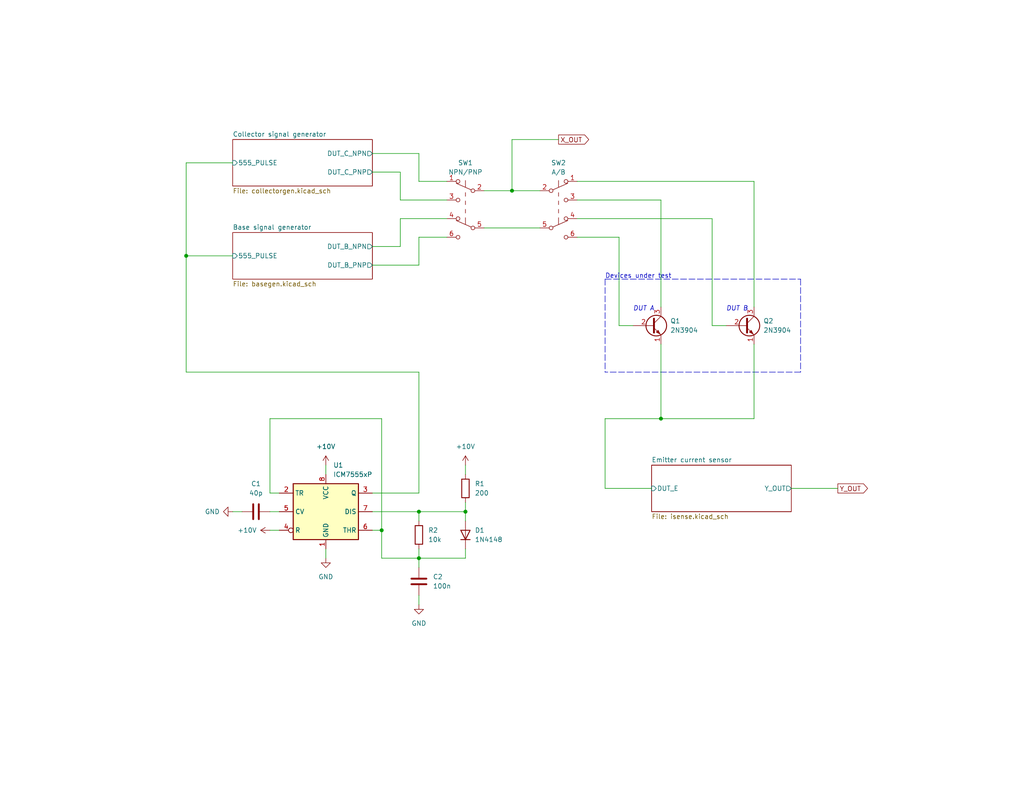
<source format=kicad_sch>
(kicad_sch (version 20211123) (generator eeschema)
  (paper "USLetter")
  (title_block (title "I-V curve tracer") (date "2023-07-30") (rev "1.0"))
  (lib_symbols
    (symbol "Device:C" (pin_numbers hide) (pin_names (offset 0.254))
      (property "Reference" "C" (at 0.635 2.54 0))
      (property "Value" "C" (at 0.635 -2.54 0))
      (symbol "C_0_1"
        (polyline (pts (xy -2.032 -0.762) (xy 2.032 -0.762)) (stroke (width 0.508)))
        (polyline (pts (xy -2.032 0.762) (xy 2.032 0.762)) (stroke (width 0.508)))
      )
      (symbol "C_1_1"
        (pin passive line (at 0 3.81 270) (length 2.794) (name "~") (number "1"))
        (pin passive line (at 0 -3.81 90) (length 2.794) (name "~") (number "2"))
      )
    )
    (symbol "Device:D" (pin_numbers hide) (pin_names (offset 1.016) hide)
      (property "Reference" "D" (at 0 2.54 0))
      (property "Value" "D" (at 0 -2.54 0))
      (symbol "D_0_1"
        (polyline (pts (xy -1.27 1.27) (xy -1.27 -1.27)) (stroke (width 0.254)))
        (polyline (pts (xy 1.27 0) (xy -1.27 0)))
        (polyline (pts (xy 1.27 1.27) (xy 1.27 -1.27) (xy -1.27 0) (xy 1.27 1.27)) (stroke (width 0.254)))
      )
      (symbol "D_1_1"
        (pin passive line (at -3.81 0 0) (length 2.54) (name "K") (number "1"))
        (pin passive line (at 3.81 0 180) (length 2.54) (name "A") (number "2"))
      )
    )
    (symbol "Device:R" (pin_numbers hide) (pin_names (offset 0))
      (property "Reference" "R" (at 2.032 0 90))
      (property "Value" "R" (at 0 0 90))
      (symbol "R_0_1"
        (rectangle (start -1.016 -2.54) (end 1.016 2.54) (stroke (width 0.254)))
      )
      (symbol "R_1_1"
        (pin passive line (at 0 3.81 270) (length 1.27) (name "~") (number "1"))
        (pin passive line (at 0 -3.81 90) (length 1.27) (name "~") (number "2"))
      )
    )
    (symbol "Switch:SW_Push_DPDT" (pin_names (offset 0) hide)
      (property "Reference" "SW" (at 0 8.89 0))
      (property "Value" "SW_Push_DPDT" (at 0 -10.16 0))
      (symbol "SW_Push_DPDT_0_0"
        (circle (center -2.032 -5.08) (radius 0.508))
        (circle (center -2.032 5.08) (radius 0.508))
        (circle (center 2.032 -7.62) (radius 0.508))
        (circle (center 2.032 2.54) (radius 0.508))
      )
      (symbol "SW_Push_DPDT_0_1"
        (polyline (pts (xy -1.524 -4.826) (xy 2.54 -3.048)))
        (polyline (pts (xy -1.524 5.334) (xy 2.54 7.112)))
        (polyline (pts (xy 0 -2.286) (xy 0 -4.064)))
        (polyline (pts (xy 0 -1.016) (xy 0 0)))
        (polyline (pts (xy 0 1.27) (xy 0 2.286)))
        (polyline (pts (xy 0 3.556) (xy 0 4.572)))
        (polyline (pts (xy 0 7.874) (xy 0 6.096)))
        (circle (center 2.032 -2.54) (radius 0.508))
        (circle (center 2.032 7.62) (radius 0.508))
      )
      (symbol "SW_Push_DPDT_1_1"
        (pin passive line (at 5.08 7.62 180) (length 2.54) (name "A") (number "1"))
        (pin passive line (at -5.08 5.08 0) (length 2.54) (name "B") (number "2"))
        (pin passive line (at 5.08 2.54 180) (length 2.54) (name "C") (number "3"))
        (pin passive line (at 5.08 -2.54 180) (length 2.54) (name "A") (number "4"))
        (pin passive line (at -5.08 -5.08 0) (length 2.54) (name "B") (number "5"))
        (pin passive line (at 5.08 -7.62 180) (length 2.54) (name "C") (number "6"))
      )
    )
    (symbol "Timer:ICM7555xP"
      (property "Reference" "U" (at -10.16 8.89 0))
      (property "Value" "ICM7555xP" (at 2.54 8.89 0))
      (symbol "ICM7555xP_0_0"
        (pin power_in line (at 0 -10.16 90) (length 2.54) (name "GND") (number "1"))
        (pin power_in line (at 0 10.16 270) (length 2.54) (name "VCC") (number "8"))
      )
      (symbol "ICM7555xP_0_1"
        (rectangle (start -8.89 -7.62) (end 8.89 7.62) (stroke (width 0.254)) (fill (type background)))
        (rectangle (start -8.89 -7.62) (end 8.89 7.62) (stroke (width 0.254)) (fill (type background)))
      )
      (symbol "ICM7555xP_1_1"
        (pin input line (at -12.7 5.08 0) (length 3.81) (name "TR") (number "2"))
        (pin output line (at 12.7 5.08 180) (length 3.81) (name "Q") (number "3"))
        (pin input inverted (at -12.7 -5.08 0) (length 3.81) (name "R") (number "4"))
        (pin input line (at -12.7 0 0) (length 3.81) (name "CV") (number "5"))
        (pin input line (at 12.7 -5.08 180) (length 3.81) (name "THR") (number "6"))
        (pin input line (at 12.7 0 180) (length 3.81) (name "DIS") (number "7"))
      )
    )
    (symbol "Transistor_BJT:2N3904" (pin_names (offset 0) hide)
      (property "Reference" "Q" (at 5.08 1.905 0))
      (property "Value" "2N3904" (at 5.08 0 0))
      (symbol "2N3904_0_1"
        (polyline (pts (xy 0.635 0.635) (xy 2.54 2.54)))
        (polyline (pts (xy 0.635 -0.635) (xy 2.54 -2.54) (xy 2.54 -2.54)))
        (polyline (pts (xy 0.635 1.905) (xy 0.635 -1.905) (xy 0.635 -1.905)) (stroke (width 0.508)))
        (polyline (pts (xy 1.27 -1.778) (xy 1.778 -1.27) (xy 2.286 -2.286) (xy 1.27 -1.778) (xy 1.27 -1.778)) (fill (type outline)))
        (circle (center 1.27 0) (radius 2.8194) (stroke (width 0.254)))
      )
      (symbol "2N3904_1_1"
        (pin passive line (at 2.54 -5.08 90) (length 2.54) (name "E") (number "1"))
        (pin passive line (at -5.08 0 0) (length 5.715) (name "B") (number "2"))
        (pin passive line (at 2.54 5.08 270) (length 2.54) (name "C") (number "3"))
      )
    )
    (symbol "power:+10V" (power) (pin_names (offset 0))
      (property "Value" "+10V" (at 0 3.556 0))
      (symbol "+10V_0_1"
        (polyline (pts (xy -0.762 1.27) (xy 0 2.54)))
        (polyline (pts (xy 0 0) (xy 0 2.54)))
        (polyline (pts (xy 0 2.54) (xy 0.762 1.27)))
      )
      (symbol "+10V_1_1"
        (pin power_in line (at 0 0 90) (length 0) hide (name "+10V") (number "1"))
      )
    )
    (symbol "power:GND" (power) (pin_names (offset 0))
      (property "Value" "GND" (at 0 -3.81 0))
      (symbol "GND_0_1"
        (polyline (pts (xy 0 0) (xy 0 -1.27) (xy 1.27 -1.27) (xy 0 -2.54) (xy -1.27 -1.27) (xy 0 -1.27)))
      )
      (symbol "GND_1_1"
        (pin power_in line (at 0 0 270) (length 0) hide (name "GND") (number "1"))
      )
    )
  )
  (junction (at 180.34 114.3))
  (junction (at 114.3 152.4))
  (junction (at 114.3 139.7))
  (junction (at 127 139.7))
  (junction (at 50.8 69.85))
  (junction (at 104.14 144.78))
  (junction (at 139.7 52.07))
  (polyline (pts (xy 165.1 76.2) (xy 218.44 76.2)))
  (wire (pts (xy 139.7 38.1) (xy 139.7 52.07)))
  (wire (pts (xy 168.91 64.77) (xy 168.91 88.9)))
  (wire (pts (xy 157.48 59.69) (xy 194.31 59.69)))
  (polyline (pts (xy 218.44 101.6) (xy 165.1 101.6)))
  (wire (pts (xy 165.1 133.35) (xy 177.8 133.35)))
  (wire (pts (xy 114.3 49.53) (xy 121.92 49.53)))
  (wire (pts (xy 114.3 101.6) (xy 114.3 134.62)))
  (wire (pts (xy 157.48 49.53) (xy 205.74 49.53)))
  (wire (pts (xy 73.66 114.3) (xy 73.66 134.62)))
  (wire (pts (xy 101.6 134.62) (xy 114.3 134.62)))
  (wire (pts (xy 127 142.24) (xy 127 139.7)))
  (wire (pts (xy 127 149.86) (xy 127 152.4)))
  (wire (pts (xy 157.48 64.77) (xy 168.91 64.77)))
  (wire (pts (xy 114.3 41.91) (xy 114.3 49.53)))
  (wire (pts (xy 104.14 144.78) (xy 104.14 152.4)))
  (wire (pts (xy 132.08 62.23) (xy 147.32 62.23)))
  (wire (pts (xy 194.31 88.9) (xy 198.12 88.9)))
  (wire (pts (xy 114.3 152.4) (xy 127 152.4)))
  (wire (pts (xy 114.3 162.56) (xy 114.3 165.1)))
  (wire (pts (xy 101.6 72.39) (xy 114.3 72.39)))
  (wire (pts (xy 109.22 54.61) (xy 121.92 54.61)))
  (wire (pts (xy 104.14 144.78) (xy 104.14 114.3)))
  (wire (pts (xy 50.8 69.85) (xy 50.8 101.6)))
  (wire (pts (xy 139.7 52.07) (xy 147.32 52.07)))
  (wire (pts (xy 73.66 134.62) (xy 76.2 134.62)))
  (wire (pts (xy 114.3 139.7) (xy 127 139.7)))
  (wire (pts (xy 101.6 144.78) (xy 104.14 144.78)))
  (wire (pts (xy 109.22 46.99) (xy 109.22 54.61)))
  (wire (pts (xy 104.14 152.4) (xy 114.3 152.4)))
  (wire (pts (xy 101.6 46.99) (xy 109.22 46.99)))
  (wire (pts (xy 157.48 54.61) (xy 180.34 54.61)))
  (wire (pts (xy 63.5 139.7) (xy 66.04 139.7)))
  (wire (pts (xy 205.74 93.98) (xy 205.74 114.3)))
  (wire (pts (xy 109.22 59.69) (xy 121.92 59.69)))
  (wire (pts (xy 114.3 101.6) (xy 50.8 101.6)))
  (wire (pts (xy 88.9 149.86) (xy 88.9 152.4)))
  (wire (pts (xy 194.31 59.69) (xy 194.31 88.9)))
  (wire (pts (xy 114.3 72.39) (xy 114.3 64.77)))
  (wire (pts (xy 205.74 49.53) (xy 205.74 83.82)))
  (wire (pts (xy 180.34 54.61) (xy 180.34 83.82)))
  (wire (pts (xy 73.66 144.78) (xy 76.2 144.78)))
  (wire (pts (xy 127 137.16) (xy 127 139.7)))
  (wire (pts (xy 205.74 114.3) (xy 180.34 114.3)))
  (polyline (pts (xy 218.44 76.2) (xy 218.44 101.6)))
  (wire (pts (xy 114.3 139.7) (xy 114.3 142.24)))
  (wire (pts (xy 50.8 44.45) (xy 63.5 44.45)))
  (wire (pts (xy 101.6 67.31) (xy 109.22 67.31)))
  (wire (pts (xy 114.3 152.4) (xy 114.3 154.94)))
  (wire (pts (xy 180.34 93.98) (xy 180.34 114.3)))
  (wire (pts (xy 63.5 69.85) (xy 50.8 69.85)))
  (wire (pts (xy 180.34 114.3) (xy 165.1 114.3)))
  (polyline (pts (xy 165.1 76.2) (xy 165.1 101.6)))
  (wire (pts (xy 109.22 67.31) (xy 109.22 59.69)))
  (wire (pts (xy 127 127) (xy 127 129.54)))
  (wire (pts (xy 114.3 64.77) (xy 121.92 64.77)))
  (wire (pts (xy 88.9 127) (xy 88.9 129.54)))
  (wire (pts (xy 165.1 114.3) (xy 165.1 133.35)))
  (wire (pts (xy 152.4 38.1) (xy 139.7 38.1)))
  (wire (pts (xy 50.8 69.85) (xy 50.8 44.45)))
  (wire (pts (xy 132.08 52.07) (xy 139.7 52.07)))
  (wire (pts (xy 114.3 149.86) (xy 114.3 152.4)))
  (wire (pts (xy 101.6 139.7) (xy 114.3 139.7)))
  (wire (pts (xy 215.9 133.35) (xy 228.6 133.35)))
  (wire (pts (xy 104.14 114.3) (xy 73.66 114.3)))
  (wire (pts (xy 73.66 139.7) (xy 76.2 139.7)))
  (wire (pts (xy 168.91 88.9) (xy 172.72 88.9)))
  (wire (pts (xy 101.6 41.91) (xy 114.3 41.91)))
  (text "DUT B" (at 198.12 85.09 0) (effects (font (size 1.27 1.27) italic) (justify left bottom)))
  (text "Devices under test" (at 165.1 76.2 0) (effects (font (size 1.27 1.27)) (justify left bottom)))
  (text "DUT A" (at 172.72 85.09 0) (effects (font (size 1.27 1.27) italic) (justify left bottom)))
  (global_label "X_OUT" (shape output) (at 152.4 38.1 0) (property "Intersheet References" "${INTERSHEET_REFS}" (effects hide)))
  (global_label "Y_OUT" (shape output) (at 228.6 133.35 0) (property "Intersheet References" "${INTERSHEET_REFS}" (effects hide)))
  (symbol (lib_id "power:GND") (at 114.3 165.1 0) (unit 1)
    (property "Reference" "#PWR06" (effects hide))
    (property "Value" "GND" (at 114.3 170.18 0))
  )
  (symbol (lib_id "Device:R") (at 127 133.35 0) (unit 1)
    (property "Reference" "R1" (at 129.54 132.0799 0) (effects (justify left)))
    (property "Value" "200" (at 129.54 134.6199 0) (effects (justify left)))
  )
  (symbol (lib_id "Device:C") (at 69.85 139.7 90) (unit 1)
    (property "Reference" "C1" (at 69.85 132.08 90))
    (property "Value" "40p" (at 69.85 134.62 90))
  )
  (symbol (lib_id "Device:R") (at 114.3 146.05 0) (unit 1)
    (property "Reference" "R2" (at 116.84 144.7799 0) (effects (justify left)))
    (property "Value" "10k" (at 116.84 147.3199 0) (effects (justify left)))
  )
  (symbol (lib_id "Device:C") (at 114.3 158.75 0) (unit 1)
    (property "Reference" "C2" (at 118.11 157.4799 0) (effects (justify left)))
    (property "Value" "100n" (at 118.11 160.0199 0) (effects (justify left)))
  )
  (symbol (lib_id "Device:D") (at 127 146.05 90) (unit 1)
    (property "Reference" "D1" (at 129.54 144.7799 90) (effects (justify right)))
    (property "Value" "1N4148" (at 129.54 147.3199 90) (effects (justify right)))
  )
  (symbol (lib_id "Switch:SW_Push_DPDT") (at 127 57.15 0) (mirror y) (unit 1)
    (property "Reference" "SW1" (at 127 44.45 0))
    (property "Value" "NPN/PNP" (at 127 46.99 0))
  )
  (symbol (lib_id "Timer:ICM7555xP") (at 88.9 139.7 0) (unit 1)
    (property "Reference" "U1" (at 90.9194 127 0) (effects (justify left)))
    (property "Value" "ICM7555xP" (at 90.9194 129.54 0) (effects (justify left)))
    (property "Footprint" "Package_DIP:DIP-8_W7.62mm" (effects hide))
    (property "Datasheet" "http://www.intersil.com/content/dam/Intersil/documents/icm7/icm7555-56.pdf" (effects hide))
  )
  (symbol (lib_id "power:+10V") (at 88.9 127 0) (unit 1)
    (property "Reference" "#PWR01" (effects hide))
    (property "Value" "+10V" (at 88.9 121.92 0))
  )
  (symbol (lib_id "power:GND") (at 63.5 139.7 270) (unit 1)
    (property "Reference" "#PWR03" (effects hide))
    (property "Value" "GND" (at 55.88 139.7 90) (effects (justify left)))
  )
  (symbol (lib_id "Transistor_BJT:2N3904") (at 203.2 88.9 0) (unit 1)
    (property "Reference" "Q2" (at 208.28 87.6299 0) (effects (justify left)))
    (property "Value" "2N3904" (at 208.28 90.1699 0) (effects (justify left)))
    (property "Footprint" "Package_TO_SOT_THT:TO-92_Inline" (effects hide))
    (property "Datasheet" "https://www.onsemi.com/pub/Collateral/2N3903-D.PDF" (effects hide))
  )
  (symbol (lib_id "Transistor_BJT:2N3904") (at 177.8 88.9 0) (unit 1)
    (property "Reference" "Q1" (at 182.88 87.6299 0) (effects (justify left)))
    (property "Value" "2N3904" (at 182.88 90.1699 0) (effects (justify left)))
    (property "Footprint" "Package_TO_SOT_THT:TO-92_Inline" (effects hide))
    (property "Datasheet" "https://www.onsemi.com/pub/Collateral/2N3903-D.PDF" (effects hide))
  )
  (symbol (lib_id "Switch:SW_Push_DPDT") (at 152.4 57.15 0) (unit 1)
    (property "Reference" "SW2" (at 152.4 44.45 0))
    (property "Value" "A/B" (at 152.4 46.99 0))
  )
  (symbol (lib_id "power:+10V") (at 73.66 144.78 90) (unit 1)
    (property "Reference" "#PWR04" (effects hide))
    (property "Value" "+10V" (at 64.77 144.78 90) (effects (justify right)))
  )
  (symbol (lib_id "power:GND") (at 88.9 152.4 0) (unit 1)
    (property "Reference" "#PWR05" (effects hide))
    (property "Value" "GND" (at 88.9 157.48 0))
  )
  (symbol (lib_id "power:+10V") (at 127 127 0) (unit 1)
    (property "Reference" "#PWR02" (effects hide))
    (property "Value" "+10V" (at 127 121.92 0))
  )
  (sheet (at 177.8 127) (size 38.1 12.7) (stroke (width 0.1524))
    (property "Sheet name" "Emitter current sensor" (at 177.8 126.2884 0) (effects (justify left bottom)))
    (property "Sheet file" "isense.kicad_sch" (at 177.8 140.2846 0) (effects (justify left top)))
    (pin "DUT_E" input (at 177.8 133.35 180))
    (pin "Y_OUT" output (at 215.9 133.35 0))
  )
  (sheet (at 63.5 38.1) (size 38.1 12.7) (stroke (width 0.1524))
    (property "Sheet name" "Collector signal generator" (at 63.5 37.3884 0) (effects (justify left bottom)))
    (property "Sheet file" "collectorgen.kicad_sch" (at 63.5 51.3846 0) (effects (justify left top)))
    (pin "555_PULSE" input (at 63.5 44.45 180))
    (pin "DUT_C_NPN" output (at 101.6 41.91 0))
    (pin "DUT_C_PNP" output (at 101.6 46.99 0))
  )
  (sheet (at 63.5 63.5) (size 38.1 12.7) (stroke (width 0.1524))
    (property "Sheet name" "Base signal generator" (at 63.5 62.7884 0) (effects (justify left bottom)))
    (property "Sheet file" "basegen.kicad_sch" (at 63.5 76.7846 0) (effects (justify left top)))
    (pin "555_PULSE" input (at 63.5 69.85 180))
    (pin "DUT_B_PNP" output (at 101.6 72.39 0))
    (pin "DUT_B_NPN" output (at 101.6 67.31 0))
  )
)
</source>
